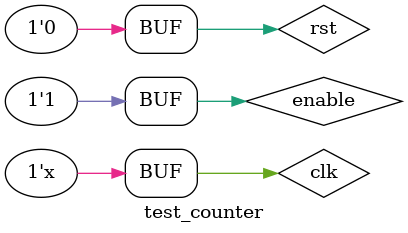
<source format=v>
`timescale 1ns / 1ps


module test_counter;
    reg clk;
    reg rst;
    reg enable;
    wire [31:0] dataout;

    Counter counter(.clk(clk), .rst(rst), .enable(enable), .data_out(dataout));

    initial begin
        clk = 0;
        rst = 0;
        enable = 1;
    end

    always begin
        #10 clk = ~clk;
    end
endmodule

</source>
